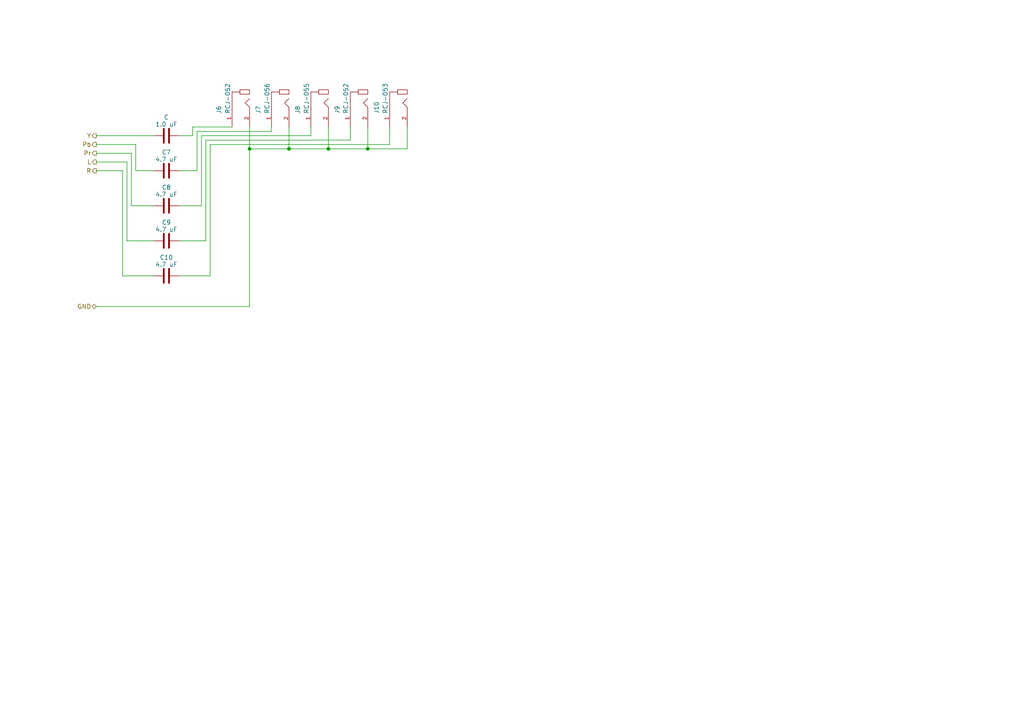
<source format=kicad_sch>
(kicad_sch (version 20250114) (generator "eeschema") (generator_version "9.0")
  (paper "A4")
  (lib_symbols
    (symbol "CUI_RCJ:CUI_RCJ-052" (pin_names (offset 1.016) (hide yes))
      (property "Reference" "J" (at -5.6388 4.0894 0))
      (property "Value" "CUI_RCJ-052" (at -5.1308 -5.6388 0))
      (symbol "CUI_RCJ-052_0_0"
        (polyline (pts (xy -5.715 2.54) (xy -5.715 -0.254)) (stroke (width 0.1524)))
        (polyline (pts (xy -5.715 -0.254) (xy -5.08 -0.254)) (stroke (width 0.1524)))
        (polyline (pts (xy -5.08 -0.254) (xy -4.445 -0.254)) (stroke (width 0.1524)))
        (polyline (pts (xy -5.08 -2.54) (xy -5.08 -0.254)) (stroke (width 0.1524)))
        (polyline (pts (xy -4.445 2.54) (xy -5.715 2.54)) (stroke (width 0.1524)))
        (polyline (pts (xy -4.445 -0.254) (xy -4.445 2.54)) (stroke (width 0.1524)))
        (polyline (pts (xy -1.905 1.27) (xy -3.175 2.54)) (stroke (width 0.1524)))
        (polyline (pts (xy -0.635 2.54) (xy -1.905 1.27)) (stroke (width 0.1524)))
        (polyline (pts (xy 0 2.54) (xy -0.635 2.54)) (stroke (width 0.1524)))
        (polyline (pts (xy 0 -2.54) (xy -5.08 -2.54)) (stroke (width 0.1524)))
        (pin passive line (at 5.08 2.54 180) (length 5.08) (name "~") (number "2"))
        (pin passive line (at 5.08 -2.54 180) (length 5.08) (name "~") (number "1"))
      )
    )
    (symbol "CUI_RCJ:CUI_RCJ-053" (pin_names (offset 1.016) (hide yes))
      (property "Reference" "J" (at -5.6388 4.0894 0))
      (property "Value" "CUI_RCJ-053" (at -5.1054 -5.6134 0))
      (symbol "CUI_RCJ-053_0_0"
        (polyline (pts (xy -5.715 2.54) (xy -5.715 -0.254)) (stroke (width 0.1524)))
        (polyline (pts (xy -5.715 -0.254) (xy -5.08 -0.254)) (stroke (width 0.1524)))
        (polyline (pts (xy -5.08 -0.254) (xy -4.445 -0.254)) (stroke (width 0.1524)))
        (polyline (pts (xy -5.08 -2.54) (xy -5.08 -0.254)) (stroke (width 0.1524)))
        (polyline (pts (xy -4.445 2.54) (xy -5.715 2.54)) (stroke (width 0.1524)))
        (polyline (pts (xy -4.445 -0.254) (xy -4.445 2.54)) (stroke (width 0.1524)))
        (polyline (pts (xy -1.905 1.27) (xy -3.175 2.54)) (stroke (width 0.1524)))
        (polyline (pts (xy -0.635 2.54) (xy -1.905 1.27)) (stroke (width 0.1524)))
        (polyline (pts (xy 0 2.54) (xy -0.635 2.54)) (stroke (width 0.1524)))
        (polyline (pts (xy 0 -2.54) (xy -5.08 -2.54)) (stroke (width 0.1524)))
        (pin passive line (at 5.08 2.54 180) (length 5.08) (name "~") (number "2"))
        (pin passive line (at 5.08 -2.54 180) (length 5.08) (name "~") (number "1"))
      )
    )
    (symbol "CUI_RCJ:CUI_RCJ-055" (pin_names (offset 1.016) (hide yes))
      (property "Reference" "J" (at -5.6388 4.0894 0))
      (property "Value" "CUI_RCJ-055" (at -5.1308 -5.6388 0))
      (symbol "CUI_RCJ-055_0_0"
        (polyline (pts (xy -5.715 2.54) (xy -5.715 -0.254)) (stroke (width 0.1524)))
        (polyline (pts (xy -5.715 -0.254) (xy -5.08 -0.254)) (stroke (width 0.1524)))
        (polyline (pts (xy -5.08 -0.254) (xy -4.445 -0.254)) (stroke (width 0.1524)))
        (polyline (pts (xy -5.08 -2.54) (xy -5.08 -0.254)) (stroke (width 0.1524)))
        (polyline (pts (xy -4.445 2.54) (xy -5.715 2.54)) (stroke (width 0.1524)))
        (polyline (pts (xy -4.445 -0.254) (xy -4.445 2.54)) (stroke (width 0.1524)))
        (polyline (pts (xy -1.905 1.27) (xy -3.175 2.54)) (stroke (width 0.1524)))
        (polyline (pts (xy -0.635 2.54) (xy -1.905 1.27)) (stroke (width 0.1524)))
        (polyline (pts (xy 0 2.54) (xy -0.635 2.54)) (stroke (width 0.1524)))
        (polyline (pts (xy 0 -2.54) (xy -5.08 -2.54)) (stroke (width 0.1524)))
        (pin passive line (at 5.08 2.54 180) (length 5.08) (name "~") (number "2"))
        (pin passive line (at 5.08 -2.54 180) (length 5.08) (name "~") (number "1"))
      )
    )
    (symbol "CUI_RCJ:CUI_RCJ-056" (pin_names (offset 1.016) (hide yes))
      (property "Reference" "J" (at -5.6388 4.0894 0))
      (property "Value" "CUI_RCJ-056" (at -5.1054 -5.6134 0))
      (symbol "CUI_RCJ-056_0_0"
        (polyline (pts (xy -5.715 2.54) (xy -5.715 -0.254)) (stroke (width 0.1524)))
        (polyline (pts (xy -5.715 -0.254) (xy -5.08 -0.254)) (stroke (width 0.1524)))
        (polyline (pts (xy -5.08 -0.254) (xy -4.445 -0.254)) (stroke (width 0.1524)))
        (polyline (pts (xy -5.08 -2.54) (xy -5.08 -0.254)) (stroke (width 0.1524)))
        (polyline (pts (xy -4.445 2.54) (xy -5.715 2.54)) (stroke (width 0.1524)))
        (polyline (pts (xy -4.445 -0.254) (xy -4.445 2.54)) (stroke (width 0.1524)))
        (polyline (pts (xy -1.905 1.27) (xy -3.175 2.54)) (stroke (width 0.1524)))
        (polyline (pts (xy -0.635 2.54) (xy -1.905 1.27)) (stroke (width 0.1524)))
        (polyline (pts (xy 0 2.54) (xy -0.635 2.54)) (stroke (width 0.1524)))
        (polyline (pts (xy 0 -2.54) (xy -5.08 -2.54)) (stroke (width 0.1524)))
        (pin passive line (at 5.08 2.54 180) (length 5.08) (name "~") (number "2"))
        (pin passive line (at 5.08 -2.54 180) (length 5.08) (name "~") (number "1"))
      )
    )
    (symbol "Device:C" (pin_numbers (hide yes)) (pin_names (offset 0.254))
      (property "Reference" "C" (at 0.635 2.54 0))
      (property "Value" "C" (at 0.635 -2.54 0))
      (symbol "C_0_1"
        (polyline (pts (xy -2.032 0.762) (xy 2.032 0.762)) (stroke (width 0.508)))
        (polyline (pts (xy -2.032 -0.762) (xy 2.032 -0.762)) (stroke (width 0.508)))
      )
      (symbol "C_1_1"
        (pin passive line (at 0 3.81 270) (length 2.794) (name "~") (number "1"))
        (pin passive line (at 0 -3.81 90) (length 2.794) (name "~") (number "2"))
      )
    )
  )
  (junction (at 95.25 43.18))
  (junction (at 72.39 43.18))
  (junction (at 106.68 43.18))
  (junction (at 83.82 43.18))
  (wire (pts (xy 83.82 43.18) (xy 95.25 43.18)))
  (wire (pts (xy 39.37 49.53) (xy 39.37 41.91)))
  (wire (pts (xy 55.88 39.37) (xy 52.07 39.37)))
  (wire (pts (xy 78.74 36.83) (xy 78.74 38.1)))
  (wire (pts (xy 90.17 39.37) (xy 90.17 36.83)))
  (wire (pts (xy 113.03 41.91) (xy 113.03 36.83)))
  (wire (pts (xy 95.25 43.18) (xy 106.68 43.18)))
  (wire (pts (xy 60.96 41.91) (xy 60.96 80.01)))
  (wire (pts (xy 59.69 40.64) (xy 59.69 69.85)))
  (wire (pts (xy 35.56 80.01) (xy 35.56 49.53)))
  (wire (pts (xy 39.37 41.91) (xy 27.94 41.91)))
  (wire (pts (xy 57.15 38.1) (xy 57.15 49.53)))
  (wire (pts (xy 27.94 88.9) (xy 72.39 88.9)))
  (wire (pts (xy 58.42 39.37) (xy 58.42 59.69)))
  (wire (pts (xy 36.83 69.85) (xy 36.83 46.99)))
  (wire (pts (xy 72.39 43.18) (xy 83.82 43.18)))
  (wire (pts (xy 95.25 36.83) (xy 95.25 43.18)))
  (wire (pts (xy 44.45 49.53) (xy 39.37 49.53)))
  (wire (pts (xy 106.68 36.83) (xy 106.68 43.18)))
  (wire (pts (xy 78.74 38.1) (xy 57.15 38.1)))
  (wire (pts (xy 36.83 46.99) (xy 27.94 46.99)))
  (wire (pts (xy 38.1 44.45) (xy 27.94 44.45)))
  (wire (pts (xy 57.15 49.53) (xy 52.07 49.53)))
  (wire (pts (xy 44.45 69.85) (xy 36.83 69.85)))
  (wire (pts (xy 106.68 43.18) (xy 118.11 43.18)))
  (wire (pts (xy 38.1 59.69) (xy 38.1 44.45)))
  (wire (pts (xy 59.69 69.85) (xy 52.07 69.85)))
  (wire (pts (xy 83.82 36.83) (xy 83.82 43.18)))
  (wire (pts (xy 118.11 43.18) (xy 118.11 36.83)))
  (wire (pts (xy 101.6 40.64) (xy 101.6 36.83)))
  (wire (pts (xy 72.39 43.18) (xy 72.39 88.9)))
  (wire (pts (xy 58.42 59.69) (xy 52.07 59.69)))
  (wire (pts (xy 27.94 39.37) (xy 44.45 39.37)))
  (wire (pts (xy 60.96 80.01) (xy 52.07 80.01)))
  (wire (pts (xy 72.39 36.83) (xy 72.39 43.18)))
  (wire (pts (xy 35.56 49.53) (xy 27.94 49.53)))
  (wire (pts (xy 101.6 40.64) (xy 59.69 40.64)))
  (wire (pts (xy 90.17 39.37) (xy 58.42 39.37)))
  (wire (pts (xy 44.45 80.01) (xy 35.56 80.01)))
  (wire (pts (xy 55.88 36.83) (xy 55.88 39.37)))
  (wire (pts (xy 67.31 36.83) (xy 55.88 36.83)))
  (wire (pts (xy 113.03 41.91) (xy 60.96 41.91)))
  (wire (pts (xy 44.45 59.69) (xy 38.1 59.69)))
  (hierarchical_label "GND" (shape bidirectional) (at 27.94 88.9 180))
  (hierarchical_label "R" (shape output) (at 27.94 49.53 180))
  (hierarchical_label "Y" (shape output) (at 27.94 39.37 180))
  (hierarchical_label "Pb" (shape output) (at 27.94 41.91 180))
  (hierarchical_label "L" (shape output) (at 27.94 46.99 180))
  (hierarchical_label "Pr" (shape output) (at 27.94 44.45 180))
  (symbol (lib_id "Device:C") (at 48.26 59.69 90) (unit 1)
    (property "Reference" "C8" (at 48.26 54.356 90))
    (property "Value" "4.7 uF" (at 48.26 56.388 90))
    (property "Footprint" "Capacitor_SMD:C_0603_1608Metric" (effects (hide yes)))
    (property "Description" "Unpolarized capacitor" (effects (hide yes)))
  )
  (symbol (lib_id "Device:C") (at 48.26 49.53 90) (unit 1)
    (property "Reference" "C7" (at 48.26 44.196 90))
    (property "Value" "4.7 uF" (at 48.26 46.228 90))
    (property "Footprint" "Capacitor_SMD:C_0603_1608Metric" (effects (hide yes)))
    (property "Description" "Unpolarized capacitor" (effects (hide yes)))
  )
  (symbol (lib_id "CUI_RCJ:CUI_RCJ-056") (at 81.28 31.75 270) (unit 1)
    (property "Reference" "J7" (at 74.93 33.02 0) (effects (justify right)))
    (property "Value" "RCJ-056" (at 77.47 33.02 0) (effects (justify right)))
    (property "Footprint" "CUI_RCJ-056" (effects (hide yes)))
    (property "Description" "Metal Vertical RCA Jack, Green Housing and Insulator" (effects (hide yes)))
    (property "MF" "CUI Devices" (effects (hide yes)))
    (property "PACKAGE" "None" (effects (hide yes)))
    (property "PRICE" "None" (effects (hide yes)))
    (property "CUI_PURCHASE_URL" "https://www.cuidevices.com/product/interconnect/connectors/rca-connectors/rcj-05-series?utm_source=snapeda.com&utm_medium=referral&utm_campaign=snapedaBOM" (effects (hide yes)))
    (property "MP" "RCJ-056" (effects (hide yes)))
    (property "AVAILABILITY" "Unavailable" (effects (hide yes)))
  )
  (symbol (lib_id "Device:C") (at 48.26 39.37 90) (unit 1)
    (property "Reference" "C" (at 48.26 34.036 90))
    (property "Value" "1.0 uF" (at 48.26 36.068 90))
    (property "Footprint" "Capacitor_SMD:C_0603_1608Metric" (effects (hide yes)))
    (property "Description" "Unpolarized capacitor" (effects (hide yes)))
  )
  (symbol (lib_id "CUI_RCJ:CUI_RCJ-055") (at 92.71 31.75 270) (unit 1)
    (property "Reference" "J8" (at 86.36 33.02 0) (effects (justify right)))
    (property "Value" "RCJ-055" (at 88.9 33.02 0) (effects (justify right)))
    (property "Footprint" "CUI_RCJ-055" (effects (hide yes)))
    (property "Description" "1 Port,  Vertical, Through Hole, RCA Jack Connector" (effects (hide yes)))
    (property "MF" "CUI Devices" (effects (hide yes)))
    (property "PACKAGE" "None" (effects (hide yes)))
    (property "PRICE" "None" (effects (hide yes)))
    (property "CUI_PURCHASE_URL" "https://www.cuidevices.com/product/interconnect/connectors/rca-connectors/rcj-05-series?utm_source=snapeda.com&utm_medium=referral&utm_campaign=snapedaBOM" (effects (hide yes)))
    (property "MP" "RCJ-055" (effects (hide yes)))
    (property "AVAILABILITY" "Unavailable" (effects (hide yes)))
  )
  (symbol (lib_id "CUI_RCJ:CUI_RCJ-053") (at 115.57 31.75 270) (unit 1)
    (property "Reference" "J10" (at 109.22 33.02 0) (effects (justify right)))
    (property "Value" "RCJ-053" (at 111.76 33.02 0) (effects (justify right)))
    (property "Footprint" "CUI_RCJ-053" (effects (hide yes)))
    (property "Description" "Metal Vertical RCA Jack, White Housing and Insulator" (effects (hide yes)))
    (property "MF" "CUI Devices" (effects (hide yes)))
    (property "PACKAGE" "None" (effects (hide yes)))
    (property "PRICE" "None" (effects (hide yes)))
    (property "CUI_PURCHASE_URL" "https://www.cuidevices.com/product/interconnect/connectors/rca-connectors/rcj-05-series?utm_source=snapeda.com&utm_medium=referral&utm_campaign=snapedaBOM" (effects (hide yes)))
    (property "MP" "RCJ-053" (effects (hide yes)))
    (property "AVAILABILITY" "Unavailable" (effects (hide yes)))
  )
  (symbol (lib_id "Device:C") (at 48.26 69.85 90) (unit 1)
    (property "Reference" "C9" (at 48.26 64.516 90))
    (property "Value" "4.7 uF" (at 48.26 66.548 90))
    (property "Footprint" "Capacitor_SMD:C_0603_1608Metric" (effects (hide yes)))
    (property "Description" "Unpolarized capacitor" (effects (hide yes)))
  )
  (symbol (lib_id "Device:C") (at 48.26 80.01 90) (unit 1)
    (property "Reference" "C10" (at 48.26 74.676 90))
    (property "Value" "4.7 uF" (at 48.26 76.708 90))
    (property "Footprint" "Capacitor_SMD:C_0603_1608Metric" (effects (hide yes)))
    (property "Description" "Unpolarized capacitor" (effects (hide yes)))
  )
  (symbol (lib_id "CUI_RCJ:CUI_RCJ-052") (at 69.85 31.75 270) (unit 1)
    (property "Reference" "J6" (at 63.5 33.02 0) (effects (justify right)))
    (property "Value" "RCJ-052" (at 66.04 33.02 0) (effects (justify right)))
    (property "Footprint" "CUI_RCJ-052" (effects (hide yes)))
    (property "Description" "1 Port,  Vertical, Through Hole, RCA Jack Connector" (effects (hide yes)))
    (property "MF" "CUI Devices" (effects (hide yes)))
    (property "PACKAGE" "None" (effects (hide yes)))
    (property "PRICE" "None" (effects (hide yes)))
    (property "CUI_PURCHASE_URL" "https://www.cuidevices.com/product/interconnect/connectors/rca-connectors/rcj-05-series?utm_source=snapeda.com&utm_medium=referral&utm_campaign=snapedaBOM" (effects (hide yes)))
    (property "MP" "RCJ-052" (effects (hide yes)))
    (property "AVAILABILITY" "Unavailable" (effects (hide yes)))
  )
  (symbol (lib_id "CUI_RCJ:CUI_RCJ-052") (at 104.14 31.75 270) (unit 1)
    (property "Reference" "J9" (at 97.79 33.02 0) (effects (justify right)))
    (property "Value" "RCJ-052" (at 100.33 33.02 0) (effects (justify right)))
    (property "Footprint" "CUI_RCJ-052" (effects (hide yes)))
    (property "Description" "1 Port,  Vertical, Through Hole, RCA Jack Connector" (effects (hide yes)))
    (property "MF" "CUI Devices" (effects (hide yes)))
    (property "PACKAGE" "None" (effects (hide yes)))
    (property "PRICE" "None" (effects (hide yes)))
    (property "CUI_PURCHASE_URL" "https://www.cuidevices.com/product/interconnect/connectors/rca-connectors/rcj-05-series?utm_source=snapeda.com&utm_medium=referral&utm_campaign=snapedaBOM" (effects (hide yes)))
    (property "MP" "RCJ-052" (effects (hide yes)))
    (property "AVAILABILITY" "Unavailable" (effects (hide yes)))
  )
)
</source>
